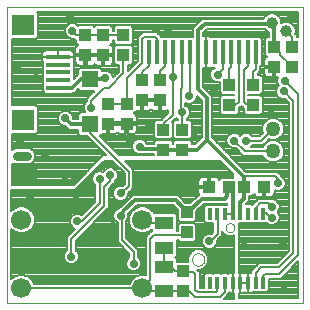
<source format=gbl>
G75*
G70*
%OFA0B0*%
%FSLAX24Y24*%
%IPPOS*%
%LPD*%
%AMOC8*
5,1,8,0,0,1.08239X$1,22.5*
%
%ADD10C,0.0000*%
%ADD11R,0.0138X0.0787*%
%ADD12C,0.0669*%
%ADD13R,0.0787X0.0157*%
%ADD14R,0.0748X0.0709*%
%ADD15R,0.0551X0.0551*%
%ADD16R,0.0591X0.0433*%
%ADD17R,0.0394X0.0420*%
%ADD18R,0.0420X0.0394*%
%ADD19C,0.0500*%
%ADD20C,0.0315*%
%ADD21R,0.0120X0.0390*%
%ADD22C,0.0079*%
%ADD23C,0.0276*%
%ADD24C,0.0063*%
%ADD25C,0.0394*%
%ADD26C,0.0118*%
%ADD27C,0.0071*%
D10*
X000841Y000938D02*
X000841Y010780D01*
X010684Y010780D01*
X010684Y000938D01*
X000841Y000938D01*
X006995Y002377D02*
X006997Y002405D01*
X007003Y002433D01*
X007012Y002459D01*
X007025Y002485D01*
X007041Y002508D01*
X007061Y002528D01*
X007083Y002546D01*
X007107Y002561D01*
X007133Y002572D01*
X007160Y002580D01*
X007188Y002584D01*
X007216Y002584D01*
X007244Y002580D01*
X007271Y002572D01*
X007297Y002561D01*
X007321Y002546D01*
X007343Y002528D01*
X007363Y002508D01*
X007379Y002485D01*
X007392Y002459D01*
X007401Y002433D01*
X007407Y002405D01*
X007409Y002377D01*
X007407Y002349D01*
X007401Y002321D01*
X007392Y002295D01*
X007379Y002269D01*
X007363Y002246D01*
X007343Y002226D01*
X007321Y002208D01*
X007297Y002193D01*
X007271Y002182D01*
X007244Y002174D01*
X007216Y002170D01*
X007188Y002170D01*
X007160Y002174D01*
X007133Y002182D01*
X007107Y002193D01*
X007083Y002208D01*
X007061Y002226D01*
X007041Y002246D01*
X007025Y002269D01*
X007012Y002295D01*
X007003Y002321D01*
X006997Y002349D01*
X006995Y002377D01*
X008112Y003435D02*
X008114Y003459D01*
X008120Y003482D01*
X008129Y003504D01*
X008142Y003524D01*
X008157Y003542D01*
X008176Y003557D01*
X008197Y003569D01*
X008219Y003577D01*
X008242Y003582D01*
X008266Y003583D01*
X008290Y003580D01*
X008312Y003573D01*
X008334Y003563D01*
X008354Y003550D01*
X008371Y003533D01*
X008385Y003514D01*
X008396Y003493D01*
X008404Y003470D01*
X008408Y003447D01*
X008408Y003423D01*
X008404Y003400D01*
X008396Y003377D01*
X008385Y003356D01*
X008371Y003337D01*
X008354Y003320D01*
X008334Y003307D01*
X008312Y003297D01*
X008290Y003290D01*
X008266Y003287D01*
X008242Y003288D01*
X008219Y003293D01*
X008197Y003301D01*
X008176Y003313D01*
X008157Y003328D01*
X008142Y003346D01*
X008129Y003366D01*
X008120Y003388D01*
X008114Y003411D01*
X008112Y003435D01*
D11*
X008026Y009284D03*
X007751Y009284D03*
X007475Y009284D03*
X007200Y009284D03*
X006924Y009284D03*
X006648Y009284D03*
X006373Y009284D03*
X006097Y009284D03*
X005822Y009284D03*
X005546Y009284D03*
X008302Y009284D03*
X008578Y009284D03*
X008853Y009284D03*
X009129Y009284D03*
D12*
X005339Y003694D03*
X005339Y001410D03*
X001304Y001410D03*
X001304Y003694D03*
D13*
X002534Y008103D03*
X002534Y008359D03*
X002534Y008615D03*
X002534Y008871D03*
X002534Y009127D03*
D14*
X001373Y010190D03*
X001373Y007040D03*
D15*
X003597Y006883D03*
X003597Y008379D03*
D16*
X006078Y003595D03*
X006078Y002769D03*
X006078Y002139D03*
X006078Y001312D03*
D17*
X006707Y001312D03*
X006707Y001981D03*
X006826Y003280D03*
X006826Y003950D03*
X006668Y006036D03*
X006038Y006036D03*
X006038Y006706D03*
X006668Y006706D03*
X005920Y007690D03*
X005330Y007690D03*
X004818Y007572D03*
X004818Y006902D03*
X004188Y006902D03*
X004188Y007572D03*
X005330Y008359D03*
X005920Y008359D03*
X004700Y009186D03*
X004700Y009855D03*
X004030Y009855D03*
X003440Y009855D03*
X003440Y009186D03*
X004030Y009186D03*
X008243Y008202D03*
X008243Y007532D03*
X009030Y007532D03*
X009030Y008202D03*
X009739Y008792D03*
X010330Y008792D03*
X010330Y009461D03*
X009739Y009461D03*
D18*
X009404Y004796D03*
X008735Y004796D03*
X008223Y004796D03*
X007554Y004796D03*
D19*
X009700Y005977D03*
X009700Y006725D03*
D20*
X001491Y005830D02*
X001176Y005830D01*
X001176Y005337D02*
X001491Y005337D01*
D21*
X007583Y003898D03*
X007839Y003898D03*
X008095Y003898D03*
X008351Y003898D03*
X008607Y003898D03*
X008863Y003898D03*
X009119Y003898D03*
X009375Y003898D03*
X009375Y001600D03*
X009119Y001600D03*
X008863Y001600D03*
X008607Y001600D03*
X008351Y001600D03*
X008095Y001600D03*
X007839Y001600D03*
X007583Y001600D03*
D22*
X008607Y001600D02*
X008607Y001266D01*
X008558Y001266D01*
X008558Y001077D01*
X010544Y001077D01*
X010544Y002319D01*
X010046Y001821D01*
X009958Y001733D01*
X009553Y001733D01*
X009553Y001356D01*
X009484Y001287D01*
X009266Y001287D01*
X009247Y001306D01*
X009228Y001287D01*
X009010Y001287D01*
X009005Y001292D01*
X008977Y001275D01*
X008941Y001266D01*
X008863Y001266D01*
X008863Y001600D01*
X008863Y001600D01*
X008863Y001266D01*
X008785Y001266D01*
X008749Y001275D01*
X008735Y001283D01*
X008721Y001275D01*
X008685Y001266D01*
X008607Y001266D01*
X008607Y001600D01*
X008607Y001600D01*
X008607Y001600D01*
X008863Y001600D01*
X008863Y001600D01*
X008664Y001600D01*
X008607Y001600D01*
X008607Y001934D01*
X008558Y001934D01*
X008558Y003584D01*
X008716Y003584D01*
X008735Y003604D01*
X008754Y003584D01*
X008972Y003584D01*
X008991Y003604D01*
X009010Y003584D01*
X009228Y003584D01*
X009247Y003604D01*
X009266Y003584D01*
X009484Y003584D01*
X009485Y003586D01*
X009515Y003556D01*
X009609Y003517D01*
X009711Y003517D01*
X009805Y003556D01*
X009877Y003628D01*
X009916Y003722D01*
X009916Y003823D01*
X009877Y003917D01*
X009845Y003950D01*
X009877Y003982D01*
X009916Y004076D01*
X009916Y004178D01*
X009877Y004272D01*
X009805Y004344D01*
X009711Y004383D01*
X009616Y004383D01*
X009604Y004395D01*
X009587Y004395D01*
X009574Y004404D01*
X009527Y004395D01*
X009205Y004395D01*
X009021Y004211D01*
X009010Y004211D01*
X008991Y004192D01*
X008972Y004211D01*
X008784Y004211D01*
X008784Y004221D01*
X008789Y004225D01*
X008893Y004329D01*
X008893Y004481D01*
X008994Y004481D01*
X009063Y004550D01*
X009063Y004550D01*
X009064Y004545D01*
X009083Y004514D01*
X009109Y004488D01*
X009141Y004469D01*
X009176Y004460D01*
X009365Y004460D01*
X009365Y004757D01*
X009444Y004757D01*
X009444Y004460D01*
X009633Y004460D01*
X009668Y004469D01*
X009700Y004488D01*
X009726Y004514D01*
X009744Y004545D01*
X009754Y004581D01*
X009754Y004680D01*
X009806Y004658D01*
X009908Y004658D01*
X010002Y004697D01*
X010074Y004769D01*
X010113Y004863D01*
X010113Y004965D01*
X010074Y005059D01*
X010007Y005127D01*
X010007Y005134D01*
X009919Y005221D01*
X009840Y005300D01*
X008779Y005300D01*
X007672Y006443D01*
X007672Y007822D01*
X007377Y008118D01*
X007377Y008754D01*
X007388Y008751D01*
X007475Y008751D01*
X007475Y009284D01*
X007475Y009284D01*
X007475Y008751D01*
X007562Y008751D01*
X007598Y008761D01*
X007628Y008778D01*
X007633Y008772D01*
X007751Y008772D01*
X007704Y008753D01*
X007632Y008681D01*
X007593Y008587D01*
X007593Y008485D01*
X007632Y008391D01*
X007704Y008319D01*
X007798Y008280D01*
X007900Y008280D01*
X007928Y008292D01*
X007928Y007943D01*
X007997Y007874D01*
X008408Y007874D01*
X008408Y007860D01*
X007997Y007860D01*
X007928Y007791D01*
X007928Y007273D01*
X007997Y007204D01*
X008489Y007204D01*
X008558Y007273D01*
X008558Y007419D01*
X008589Y007451D01*
X008637Y007498D01*
X008644Y007490D01*
X008715Y007419D01*
X008715Y007273D01*
X008785Y007204D01*
X009276Y007204D01*
X009345Y007273D01*
X009345Y007791D01*
X009276Y007860D01*
X008865Y007860D01*
X008865Y007874D01*
X009276Y007874D01*
X009345Y007943D01*
X009345Y008461D01*
X009276Y008530D01*
X009180Y008530D01*
X009180Y008553D01*
X009278Y008651D01*
X009278Y008804D01*
X009316Y008842D01*
X009316Y009727D01*
X009247Y009796D01*
X009011Y009796D01*
X008991Y009776D01*
X008971Y009796D01*
X008735Y009796D01*
X008715Y009776D01*
X008695Y009796D01*
X008460Y009796D01*
X008440Y009776D01*
X008420Y009796D01*
X008184Y009796D01*
X008164Y009776D01*
X008144Y009796D01*
X007909Y009796D01*
X007889Y009776D01*
X007869Y009796D01*
X007633Y009796D01*
X007628Y009791D01*
X007598Y009808D01*
X007562Y009817D01*
X007475Y009817D01*
X007388Y009817D01*
X007377Y009814D01*
X007377Y009939D01*
X007490Y010052D01*
X009431Y010052D01*
X009482Y010002D01*
X009562Y009968D01*
X009562Y009790D01*
X009493Y009790D01*
X009424Y009720D01*
X009424Y009203D01*
X009316Y009203D01*
X009316Y009280D02*
X009424Y009280D01*
X009424Y009357D02*
X009316Y009357D01*
X009316Y009434D02*
X009424Y009434D01*
X009424Y009512D02*
X009316Y009512D01*
X009316Y009589D02*
X009424Y009589D01*
X009424Y009666D02*
X009316Y009666D01*
X009299Y009743D02*
X009447Y009743D01*
X009562Y009820D02*
X007377Y009820D01*
X007377Y009898D02*
X009562Y009898D01*
X009546Y009975D02*
X007412Y009975D01*
X007475Y009817D02*
X007475Y009284D01*
X007475Y009284D01*
X007475Y009817D01*
X007475Y009743D02*
X007475Y009743D01*
X007475Y009666D02*
X007475Y009666D01*
X007475Y009589D02*
X007475Y009589D01*
X007475Y009512D02*
X007475Y009512D01*
X007475Y009434D02*
X007475Y009434D01*
X007475Y009357D02*
X007475Y009357D01*
X007475Y009280D02*
X007475Y009280D01*
X007475Y009203D02*
X007475Y009203D01*
X007475Y009125D02*
X007475Y009125D01*
X007475Y009048D02*
X007475Y009048D01*
X007475Y008971D02*
X007475Y008971D01*
X007475Y008894D02*
X007475Y008894D01*
X007475Y008816D02*
X007475Y008816D01*
X007377Y008739D02*
X007690Y008739D01*
X007624Y008662D02*
X007377Y008662D01*
X007377Y008585D02*
X007593Y008585D01*
X007593Y008507D02*
X007377Y008507D01*
X007377Y008430D02*
X007616Y008430D01*
X007671Y008353D02*
X007377Y008353D01*
X007377Y008276D02*
X007928Y008276D01*
X007928Y008198D02*
X007377Y008198D01*
X007377Y008121D02*
X007928Y008121D01*
X007928Y008044D02*
X007450Y008044D01*
X007528Y007967D02*
X007928Y007967D01*
X007981Y007889D02*
X007605Y007889D01*
X007672Y007812D02*
X007949Y007812D01*
X007928Y007735D02*
X007672Y007735D01*
X007672Y007658D02*
X007928Y007658D01*
X007928Y007581D02*
X007672Y007581D01*
X007672Y007503D02*
X007928Y007503D01*
X007928Y007426D02*
X007672Y007426D01*
X007672Y007349D02*
X007928Y007349D01*
X007930Y007272D02*
X007672Y007272D01*
X007672Y007194D02*
X010219Y007194D01*
X010219Y007117D02*
X007672Y007117D01*
X007672Y007040D02*
X009497Y007040D01*
X009491Y007037D02*
X009388Y006934D01*
X009331Y006798D01*
X009331Y006652D01*
X009356Y006593D01*
X009244Y006481D01*
X009006Y006481D01*
X008939Y006548D01*
X008845Y006587D01*
X008743Y006587D01*
X008649Y006548D01*
X008597Y006497D01*
X008545Y006548D01*
X008451Y006587D01*
X008349Y006587D01*
X008255Y006548D01*
X008183Y006477D01*
X008144Y006382D01*
X008144Y006281D01*
X008183Y006187D01*
X008255Y006115D01*
X008349Y006076D01*
X008445Y006076D01*
X008693Y005828D01*
X009363Y005828D01*
X009388Y005769D01*
X009491Y005665D01*
X009626Y005609D01*
X009773Y005609D01*
X009908Y005665D01*
X010012Y005769D01*
X010068Y005904D01*
X010068Y006050D01*
X010012Y006186D01*
X009908Y006289D01*
X009773Y006345D01*
X009626Y006345D01*
X009491Y006289D01*
X009388Y006186D01*
X009363Y006127D01*
X008951Y006127D01*
X009006Y006182D01*
X009368Y006182D01*
X009456Y006270D01*
X009567Y006382D01*
X009626Y006357D01*
X009773Y006357D01*
X009908Y006413D01*
X010012Y006517D01*
X010068Y006652D01*
X010068Y006798D01*
X010012Y006934D01*
X009908Y007037D01*
X009773Y007093D01*
X009626Y007093D01*
X009491Y007037D01*
X009416Y006963D02*
X007672Y006963D01*
X007672Y006885D02*
X009367Y006885D01*
X009335Y006808D02*
X007672Y006808D01*
X007672Y006731D02*
X009331Y006731D01*
X009331Y006654D02*
X007672Y006654D01*
X007672Y006576D02*
X008323Y006576D01*
X008206Y006499D02*
X007672Y006499D01*
X007692Y006422D02*
X008161Y006422D01*
X008144Y006345D02*
X007767Y006345D01*
X007842Y006267D02*
X008150Y006267D01*
X008182Y006190D02*
X007917Y006190D01*
X007991Y006113D02*
X008259Y006113D01*
X008141Y005958D02*
X008562Y005958D01*
X008639Y005881D02*
X008216Y005881D01*
X008291Y005804D02*
X009373Y005804D01*
X009429Y005727D02*
X008366Y005727D01*
X008440Y005650D02*
X009529Y005650D01*
X009870Y005650D02*
X010219Y005650D01*
X010219Y005727D02*
X009970Y005727D01*
X010026Y005804D02*
X010219Y005804D01*
X010219Y005881D02*
X010058Y005881D01*
X010068Y005958D02*
X010219Y005958D01*
X010219Y006036D02*
X010068Y006036D01*
X010042Y006113D02*
X010219Y006113D01*
X010219Y006190D02*
X010007Y006190D01*
X009930Y006267D02*
X010219Y006267D01*
X010219Y006345D02*
X009774Y006345D01*
X009625Y006345D02*
X009531Y006345D01*
X009469Y006267D02*
X009453Y006267D01*
X009392Y006190D02*
X009376Y006190D01*
X009262Y006499D02*
X008988Y006499D01*
X008872Y006576D02*
X009339Y006576D01*
X009917Y006422D02*
X010219Y006422D01*
X010219Y006499D02*
X009994Y006499D01*
X010036Y006576D02*
X010219Y006576D01*
X010219Y006654D02*
X010068Y006654D01*
X010068Y006731D02*
X010219Y006731D01*
X010219Y006808D02*
X010064Y006808D01*
X010032Y006885D02*
X010219Y006885D01*
X010219Y006963D02*
X009983Y006963D01*
X009902Y007040D02*
X010219Y007040D01*
X010219Y007272D02*
X009343Y007272D01*
X009345Y007349D02*
X010219Y007349D01*
X010219Y007426D02*
X009345Y007426D01*
X009345Y007503D02*
X010219Y007503D01*
X010219Y007581D02*
X009345Y007581D01*
X009345Y007658D02*
X010170Y007658D01*
X010219Y007608D02*
X010219Y002653D01*
X009834Y002269D01*
X009244Y002269D01*
X009156Y002181D01*
X008969Y001994D01*
X008969Y001927D01*
X008941Y001934D01*
X008863Y001934D01*
X008785Y001934D01*
X008749Y001925D01*
X008735Y001917D01*
X008721Y001925D01*
X008685Y001934D01*
X008607Y001934D01*
X008607Y001600D01*
X008607Y001600D01*
X008607Y001633D02*
X008607Y001633D01*
X008607Y001556D02*
X008607Y001556D01*
X008607Y001479D02*
X008607Y001479D01*
X008607Y001401D02*
X008607Y001401D01*
X008607Y001324D02*
X008607Y001324D01*
X008558Y001247D02*
X010544Y001247D01*
X010544Y001324D02*
X009521Y001324D01*
X009553Y001401D02*
X010544Y001401D01*
X010544Y001479D02*
X009553Y001479D01*
X009553Y001556D02*
X010544Y001556D01*
X010544Y001633D02*
X009553Y001633D01*
X009553Y001710D02*
X010544Y001710D01*
X010544Y001787D02*
X010013Y001787D01*
X010090Y001865D02*
X010544Y001865D01*
X010544Y001942D02*
X010167Y001942D01*
X010245Y002019D02*
X010544Y002019D01*
X010544Y002096D02*
X010322Y002096D01*
X010399Y002174D02*
X010544Y002174D01*
X010544Y002251D02*
X010476Y002251D01*
X010203Y002637D02*
X008558Y002637D01*
X008558Y002560D02*
X010126Y002560D01*
X010049Y002483D02*
X008558Y002483D01*
X008558Y002405D02*
X009971Y002405D01*
X009894Y002328D02*
X008558Y002328D01*
X008558Y002251D02*
X009226Y002251D01*
X009149Y002174D02*
X008558Y002174D01*
X008558Y002096D02*
X009072Y002096D01*
X008995Y002019D02*
X008558Y002019D01*
X008558Y001942D02*
X008969Y001942D01*
X008863Y001934D02*
X008863Y001600D01*
X008863Y001934D01*
X008863Y001865D02*
X008863Y001865D01*
X008863Y001787D02*
X008863Y001787D01*
X008863Y001710D02*
X008863Y001710D01*
X008863Y001633D02*
X008863Y001633D01*
X008863Y001600D02*
X008863Y001600D01*
X008863Y001556D02*
X008863Y001556D01*
X008863Y001479D02*
X008863Y001479D01*
X008863Y001401D02*
X008863Y001401D01*
X008863Y001324D02*
X008863Y001324D01*
X008558Y001170D02*
X010544Y001170D01*
X010544Y001092D02*
X008558Y001092D01*
X008607Y001710D02*
X008607Y001710D01*
X008607Y001787D02*
X008607Y001787D01*
X008607Y001865D02*
X008607Y001865D01*
X008558Y002714D02*
X010219Y002714D01*
X010219Y002792D02*
X008558Y002792D01*
X008558Y002869D02*
X010219Y002869D01*
X010219Y002946D02*
X008558Y002946D01*
X008558Y003023D02*
X010219Y003023D01*
X010219Y003101D02*
X008558Y003101D01*
X008558Y003178D02*
X010219Y003178D01*
X010219Y003255D02*
X008558Y003255D01*
X008558Y003332D02*
X010219Y003332D01*
X010219Y003410D02*
X008558Y003410D01*
X008558Y003487D02*
X010219Y003487D01*
X010219Y003564D02*
X009814Y003564D01*
X009883Y003641D02*
X010219Y003641D01*
X010219Y003718D02*
X009915Y003718D01*
X009916Y003796D02*
X010219Y003796D01*
X010219Y003873D02*
X009896Y003873D01*
X009846Y003950D02*
X010219Y003950D01*
X010219Y004027D02*
X009896Y004027D01*
X009916Y004105D02*
X010219Y004105D01*
X010219Y004182D02*
X009914Y004182D01*
X009882Y004259D02*
X010219Y004259D01*
X010219Y004336D02*
X009813Y004336D01*
X009703Y004491D02*
X010219Y004491D01*
X010219Y004568D02*
X009750Y004568D01*
X009754Y004645D02*
X010219Y004645D01*
X010219Y004723D02*
X010027Y004723D01*
X010087Y004800D02*
X010219Y004800D01*
X010219Y004877D02*
X010113Y004877D01*
X010113Y004954D02*
X010219Y004954D01*
X010219Y005032D02*
X010085Y005032D01*
X010024Y005109D02*
X010219Y005109D01*
X010219Y005186D02*
X009954Y005186D01*
X009877Y005263D02*
X010219Y005263D01*
X010219Y005341D02*
X008740Y005341D01*
X008665Y005418D02*
X010219Y005418D01*
X010219Y005495D02*
X008590Y005495D01*
X008515Y005572D02*
X010219Y005572D01*
X009444Y004723D02*
X009365Y004723D01*
X009365Y004645D02*
X009444Y004645D01*
X009444Y004568D02*
X009365Y004568D01*
X009365Y004491D02*
X009444Y004491D01*
X009146Y004336D02*
X008893Y004336D01*
X008893Y004414D02*
X010219Y004414D01*
X009507Y003564D02*
X008558Y003564D01*
X008823Y004259D02*
X009069Y004259D01*
X009106Y004491D02*
X009004Y004491D01*
X008485Y006036D02*
X008066Y006036D01*
X008478Y006576D02*
X008717Y006576D01*
X008600Y006499D02*
X008595Y006499D01*
X008556Y007272D02*
X008717Y007272D01*
X008715Y007349D02*
X008558Y007349D01*
X008565Y007426D02*
X008708Y007426D01*
X009324Y007812D02*
X009865Y007812D01*
X009837Y007840D02*
X009909Y007768D01*
X010003Y007729D01*
X010098Y007729D01*
X010219Y007608D01*
X009989Y007735D02*
X009345Y007735D01*
X009292Y007889D02*
X009817Y007889D01*
X009798Y007934D02*
X009837Y007840D01*
X009798Y007934D02*
X009798Y008036D01*
X009837Y008130D01*
X009889Y008182D01*
X009876Y008194D01*
X009837Y008289D01*
X009837Y008390D01*
X009859Y008443D01*
X009778Y008443D01*
X009778Y008753D01*
X009700Y008753D01*
X009700Y008443D01*
X009524Y008443D01*
X009488Y008452D01*
X009457Y008471D01*
X009431Y008497D01*
X009412Y008528D01*
X009403Y008564D01*
X009403Y008753D01*
X009700Y008753D01*
X009700Y008832D01*
X009403Y008832D01*
X009403Y009021D01*
X009412Y009056D01*
X009431Y009088D01*
X009457Y009114D01*
X009488Y009132D01*
X009493Y009133D01*
X009493Y009133D01*
X009424Y009203D01*
X009477Y009125D02*
X009316Y009125D01*
X009316Y009048D02*
X009410Y009048D01*
X009403Y008971D02*
X009316Y008971D01*
X009316Y008894D02*
X009403Y008894D01*
X009290Y008816D02*
X009700Y008816D01*
X009700Y008739D02*
X009778Y008739D01*
X009778Y008662D02*
X009700Y008662D01*
X009700Y008585D02*
X009778Y008585D01*
X009778Y008507D02*
X009700Y008507D01*
X009854Y008430D02*
X009345Y008430D01*
X009345Y008353D02*
X009837Y008353D01*
X009843Y008276D02*
X009345Y008276D01*
X009345Y008198D02*
X009875Y008198D01*
X009833Y008121D02*
X009345Y008121D01*
X009345Y008044D02*
X009801Y008044D01*
X009798Y007967D02*
X009345Y007967D01*
X009298Y008507D02*
X009424Y008507D01*
X009403Y008585D02*
X009212Y008585D01*
X009278Y008662D02*
X009403Y008662D01*
X009403Y008739D02*
X009278Y008739D01*
X010439Y009898D02*
X010544Y009898D01*
X010479Y009858D02*
X010436Y009902D01*
X010448Y009930D01*
X010448Y010056D01*
X010400Y010171D01*
X010311Y010260D01*
X010195Y010308D01*
X010070Y010308D01*
X009975Y010269D01*
X009975Y010331D01*
X009927Y010447D01*
X009839Y010536D01*
X009723Y010584D01*
X009598Y010584D01*
X009482Y010536D01*
X009393Y010447D01*
X009376Y010406D01*
X007343Y010406D01*
X007022Y010086D01*
X007022Y009796D01*
X006806Y009796D01*
X006786Y009776D01*
X006766Y009796D01*
X006531Y009796D01*
X006511Y009776D01*
X006491Y009796D01*
X006255Y009796D01*
X006235Y009776D01*
X006215Y009796D01*
X005979Y009796D01*
X005971Y009788D01*
X005971Y009799D01*
X005912Y009858D01*
X005825Y009946D01*
X005346Y009946D01*
X005268Y009867D01*
X005180Y009779D01*
X005180Y008992D01*
X004849Y008661D01*
X004849Y008858D01*
X004945Y008858D01*
X005015Y008927D01*
X005015Y009445D01*
X004945Y009514D01*
X004454Y009514D01*
X004385Y009445D01*
X004385Y008927D01*
X004454Y008858D01*
X004550Y008858D01*
X004550Y008638D01*
X004365Y008453D01*
X004365Y008469D01*
X004326Y008563D01*
X004254Y008635D01*
X004160Y008674D01*
X004058Y008674D01*
X003991Y008646D01*
X003991Y008703D01*
X003922Y008772D01*
X003273Y008772D01*
X003204Y008703D01*
X003204Y008551D01*
X003105Y008452D01*
X003046Y008393D01*
X003046Y008487D01*
X003046Y008487D01*
X003046Y008487D01*
X003046Y008743D01*
X003046Y008743D01*
X003046Y008743D01*
X003046Y008974D01*
X003058Y008994D01*
X003067Y009030D01*
X003067Y009127D01*
X003067Y009224D01*
X003058Y009259D01*
X003039Y009291D01*
X003014Y009317D01*
X002982Y009335D01*
X002946Y009345D01*
X002534Y009345D01*
X002122Y009345D01*
X002087Y009335D01*
X002055Y009317D01*
X002029Y009291D01*
X002011Y009259D01*
X002001Y009224D01*
X002001Y009127D01*
X002534Y009127D01*
X002534Y009127D01*
X002534Y009345D01*
X002534Y009127D01*
X002534Y009127D01*
X002001Y009127D01*
X002001Y009030D01*
X002011Y008994D01*
X002022Y008974D01*
X002022Y008743D01*
X002023Y008743D01*
X002022Y008743D01*
X002022Y008487D01*
X002022Y008231D01*
X002022Y007976D01*
X002092Y007906D01*
X002977Y007906D01*
X002997Y007926D01*
X003080Y007926D01*
X003206Y008052D01*
X003273Y007985D01*
X003740Y007985D01*
X003575Y007820D01*
X003487Y007732D01*
X003487Y007646D01*
X003420Y007579D01*
X003381Y007485D01*
X003381Y007383D01*
X003420Y007289D01*
X003432Y007276D01*
X003273Y007276D01*
X003204Y007207D01*
X003204Y007060D01*
X003041Y007060D01*
X003026Y007074D01*
X003026Y007130D01*
X002987Y007225D01*
X002915Y007297D01*
X002821Y007335D01*
X002720Y007335D01*
X002626Y007297D01*
X002554Y007225D01*
X002515Y007130D01*
X002515Y007029D01*
X002554Y006935D01*
X002626Y006863D01*
X002720Y006824D01*
X002776Y006824D01*
X002894Y006706D01*
X003204Y006706D01*
X003204Y006558D01*
X003273Y006489D01*
X003504Y006489D01*
X004135Y005858D01*
X004030Y005859D01*
X003046Y004875D01*
X000981Y004875D01*
X000981Y005113D01*
X000987Y005107D01*
X001035Y005074D01*
X001089Y005052D01*
X001147Y005041D01*
X001324Y005041D01*
X001324Y005328D01*
X001343Y005328D01*
X001343Y005041D01*
X001520Y005041D01*
X001578Y005052D01*
X001632Y005074D01*
X001680Y005107D01*
X001722Y005148D01*
X001754Y005197D01*
X001776Y005251D01*
X001788Y005308D01*
X001788Y005328D01*
X001343Y005328D01*
X001343Y005347D01*
X001788Y005347D01*
X001788Y005367D01*
X001776Y005424D01*
X001754Y005478D01*
X001722Y005527D01*
X001680Y005568D01*
X001642Y005594D01*
X001647Y005596D01*
X001725Y005673D01*
X001767Y005775D01*
X001767Y005884D01*
X001725Y005986D01*
X001647Y006063D01*
X001546Y006105D01*
X001121Y006105D01*
X001020Y006063D01*
X000981Y006024D01*
X000981Y006568D01*
X001796Y006568D01*
X001865Y006637D01*
X001865Y007443D01*
X001796Y007513D01*
X000981Y007513D01*
X000981Y009717D01*
X001796Y009717D01*
X001865Y009787D01*
X001865Y010593D01*
X001817Y010641D01*
X010544Y010641D01*
X010544Y009790D01*
X010479Y009790D01*
X010479Y009858D01*
X010479Y009820D02*
X010544Y009820D01*
X010544Y009975D02*
X010448Y009975D01*
X010448Y010052D02*
X010544Y010052D01*
X010544Y010129D02*
X010417Y010129D01*
X010364Y010207D02*
X010544Y010207D01*
X010544Y010284D02*
X010253Y010284D01*
X009963Y010361D02*
X010544Y010361D01*
X010544Y010438D02*
X009931Y010438D01*
X009859Y010516D02*
X010544Y010516D01*
X010544Y010593D02*
X001865Y010593D01*
X001865Y010516D02*
X009462Y010516D01*
X009390Y010438D02*
X001865Y010438D01*
X001865Y010361D02*
X007298Y010361D01*
X007220Y010284D02*
X001865Y010284D01*
X001865Y010207D02*
X002859Y010207D01*
X002862Y010210D02*
X002790Y010138D01*
X002751Y010044D01*
X002751Y009942D01*
X002790Y009848D01*
X002862Y009776D01*
X002956Y009737D01*
X003051Y009737D01*
X003083Y009706D01*
X003125Y009706D01*
X003125Y009596D01*
X003194Y009527D01*
X003189Y009526D01*
X003157Y009507D01*
X003131Y009481D01*
X003113Y009450D01*
X003104Y009414D01*
X003104Y009225D01*
X003400Y009225D01*
X003400Y009147D01*
X003104Y009147D01*
X003104Y008958D01*
X003113Y008922D01*
X003131Y008890D01*
X003157Y008864D01*
X003189Y008846D01*
X003225Y008837D01*
X003400Y008837D01*
X003400Y009146D01*
X003479Y009146D01*
X003479Y008837D01*
X003655Y008837D01*
X003690Y008846D01*
X003722Y008864D01*
X003735Y008877D01*
X003748Y008864D01*
X003780Y008846D01*
X003815Y008837D01*
X003991Y008837D01*
X003991Y009146D01*
X004070Y009146D01*
X004070Y008837D01*
X004246Y008837D01*
X004281Y008846D01*
X004313Y008864D01*
X004339Y008890D01*
X004357Y008922D01*
X004367Y008958D01*
X004367Y009147D01*
X004070Y009147D01*
X004070Y009225D01*
X004367Y009225D01*
X004367Y009414D01*
X004357Y009450D01*
X004339Y009481D01*
X004313Y009507D01*
X004281Y009526D01*
X004276Y009527D01*
X004276Y009527D01*
X004345Y009596D01*
X004345Y009706D01*
X004385Y009706D01*
X004385Y009596D01*
X004454Y009527D01*
X004945Y009527D01*
X005015Y009596D01*
X005015Y010114D01*
X004945Y010183D01*
X004454Y010183D01*
X004385Y010114D01*
X004385Y010005D01*
X004345Y010005D01*
X004345Y010114D01*
X004276Y010183D01*
X003785Y010183D01*
X003735Y010134D01*
X003686Y010183D01*
X003194Y010183D01*
X003186Y010175D01*
X003152Y010210D01*
X003058Y010249D01*
X002956Y010249D01*
X002862Y010210D01*
X002786Y010129D02*
X001865Y010129D01*
X001865Y010052D02*
X002754Y010052D01*
X002751Y009975D02*
X001865Y009975D01*
X001865Y009898D02*
X002769Y009898D01*
X002817Y009820D02*
X001865Y009820D01*
X001822Y009743D02*
X002941Y009743D01*
X003125Y009666D02*
X000981Y009666D01*
X000981Y009589D02*
X003132Y009589D01*
X003164Y009512D02*
X000981Y009512D01*
X000981Y009434D02*
X003109Y009434D01*
X003104Y009357D02*
X000981Y009357D01*
X000981Y009280D02*
X002022Y009280D01*
X002001Y009203D02*
X000981Y009203D01*
X000981Y009125D02*
X002001Y009125D01*
X002001Y009048D02*
X000981Y009048D01*
X000981Y008971D02*
X002022Y008971D01*
X002022Y008894D02*
X000981Y008894D01*
X000981Y008816D02*
X002022Y008816D01*
X002022Y008739D02*
X000981Y008739D01*
X000981Y008662D02*
X002022Y008662D01*
X002022Y008585D02*
X000981Y008585D01*
X000981Y008507D02*
X002022Y008507D01*
X002022Y008487D02*
X002023Y008487D01*
X002022Y008487D01*
X002022Y008430D02*
X000981Y008430D01*
X000981Y008353D02*
X002022Y008353D01*
X002022Y008276D02*
X000981Y008276D01*
X000981Y008198D02*
X002022Y008198D01*
X002023Y008231D02*
X002022Y008231D01*
X002023Y008231D01*
X002022Y008121D02*
X000981Y008121D01*
X000981Y008044D02*
X002022Y008044D01*
X002031Y007967D02*
X000981Y007967D01*
X000981Y007889D02*
X003644Y007889D01*
X003567Y007812D02*
X000981Y007812D01*
X000981Y007735D02*
X003490Y007735D01*
X003487Y007658D02*
X000981Y007658D01*
X000981Y007581D02*
X003421Y007581D01*
X003388Y007503D02*
X001805Y007503D01*
X001865Y007426D02*
X003381Y007426D01*
X003395Y007349D02*
X001865Y007349D01*
X001865Y007272D02*
X002601Y007272D01*
X002541Y007194D02*
X001865Y007194D01*
X001865Y007117D02*
X002515Y007117D01*
X002515Y007040D02*
X001865Y007040D01*
X001865Y006963D02*
X002542Y006963D01*
X002603Y006885D02*
X001865Y006885D01*
X001865Y006808D02*
X002791Y006808D01*
X002869Y006731D02*
X001865Y006731D01*
X001865Y006654D02*
X003204Y006654D01*
X003204Y006576D02*
X001804Y006576D01*
X001675Y006036D02*
X003957Y006036D01*
X003880Y006113D02*
X000981Y006113D01*
X000981Y006190D02*
X003803Y006190D01*
X003725Y006267D02*
X000981Y006267D01*
X000981Y006345D02*
X003648Y006345D01*
X003571Y006422D02*
X000981Y006422D01*
X000981Y006499D02*
X003263Y006499D01*
X003204Y007117D02*
X003026Y007117D01*
X003000Y007194D02*
X003204Y007194D01*
X003268Y007272D02*
X002940Y007272D01*
X003121Y007967D02*
X003722Y007967D01*
X003214Y008044D02*
X003198Y008044D01*
X003083Y008430D02*
X003046Y008430D01*
X003046Y008507D02*
X003160Y008507D01*
X003204Y008585D02*
X003046Y008585D01*
X003046Y008662D02*
X003204Y008662D01*
X003239Y008739D02*
X003046Y008739D01*
X003046Y008816D02*
X004550Y008816D01*
X004550Y008739D02*
X003955Y008739D01*
X003991Y008662D02*
X004029Y008662D01*
X004189Y008662D02*
X004550Y008662D01*
X004497Y008585D02*
X004304Y008585D01*
X004349Y008507D02*
X004420Y008507D01*
X004418Y008894D02*
X004341Y008894D01*
X004367Y008971D02*
X004385Y008971D01*
X004385Y009048D02*
X004367Y009048D01*
X004367Y009125D02*
X004385Y009125D01*
X004385Y009203D02*
X004070Y009203D01*
X004070Y009125D02*
X003991Y009125D01*
X003991Y009147D02*
X003479Y009147D01*
X003479Y009225D01*
X003776Y009225D01*
X003991Y009225D01*
X003991Y009147D01*
X003991Y009203D02*
X003479Y009203D01*
X003479Y009125D02*
X003400Y009125D01*
X003400Y009048D02*
X003479Y009048D01*
X003479Y008971D02*
X003400Y008971D01*
X003400Y008894D02*
X003479Y008894D01*
X003400Y009203D02*
X003067Y009203D01*
X003067Y009127D02*
X002534Y009127D01*
X002534Y009127D01*
X003067Y009127D01*
X003067Y009125D02*
X003104Y009125D01*
X003104Y009048D02*
X003067Y009048D01*
X003046Y008971D02*
X003104Y008971D01*
X003129Y008894D02*
X003046Y008894D01*
X003046Y009280D02*
X003104Y009280D01*
X003194Y009527D02*
X003194Y009527D01*
X003155Y010207D02*
X007143Y010207D01*
X007066Y010129D02*
X004999Y010129D01*
X005015Y010052D02*
X007022Y010052D01*
X007022Y009975D02*
X005015Y009975D01*
X005015Y009898D02*
X005298Y009898D01*
X005221Y009820D02*
X005015Y009820D01*
X005015Y009743D02*
X005180Y009743D01*
X005180Y009666D02*
X005015Y009666D01*
X005007Y009589D02*
X005180Y009589D01*
X005180Y009512D02*
X004948Y009512D01*
X005015Y009434D02*
X005180Y009434D01*
X005180Y009357D02*
X005015Y009357D01*
X005015Y009280D02*
X005180Y009280D01*
X005180Y009203D02*
X005015Y009203D01*
X005015Y009125D02*
X005180Y009125D01*
X005180Y009048D02*
X005015Y009048D01*
X005015Y008971D02*
X005159Y008971D01*
X005082Y008894D02*
X004981Y008894D01*
X005004Y008816D02*
X004849Y008816D01*
X004849Y008739D02*
X004927Y008739D01*
X004850Y008662D02*
X004849Y008662D01*
X004385Y009280D02*
X004367Y009280D01*
X004367Y009357D02*
X004385Y009357D01*
X004385Y009434D02*
X004361Y009434D01*
X004306Y009512D02*
X004451Y009512D01*
X004392Y009589D02*
X004338Y009589D01*
X004345Y009666D02*
X004385Y009666D01*
X004385Y010052D02*
X004345Y010052D01*
X004330Y010129D02*
X004400Y010129D01*
X004070Y009048D02*
X003991Y009048D01*
X003991Y008971D02*
X004070Y008971D01*
X004070Y008894D02*
X003991Y008894D01*
X005290Y007650D02*
X005369Y007650D01*
X005369Y007340D01*
X005545Y007340D01*
X005580Y007350D01*
X005612Y007368D01*
X005625Y007381D01*
X005638Y007368D01*
X005669Y007350D01*
X005705Y007340D01*
X005881Y007340D01*
X005881Y007650D01*
X005959Y007650D01*
X005959Y007340D01*
X006135Y007340D01*
X006171Y007350D01*
X006203Y007368D01*
X006204Y007369D01*
X006204Y007260D01*
X005978Y007034D01*
X005792Y007034D01*
X005723Y006964D01*
X005723Y006447D01*
X005792Y006377D01*
X006284Y006377D01*
X006353Y006447D01*
X006353Y006964D01*
X006353Y006447D01*
X006422Y006377D01*
X006914Y006377D01*
X006983Y006447D01*
X006983Y006964D01*
X006914Y007034D01*
X006818Y007034D01*
X006818Y007064D01*
X006885Y007131D01*
X006924Y007226D01*
X006924Y007327D01*
X006885Y007421D01*
X006813Y007493D01*
X006778Y007508D01*
X006778Y007603D01*
X006853Y007572D01*
X006955Y007572D01*
X007049Y007611D01*
X007121Y007683D01*
X007160Y007777D01*
X007160Y007833D01*
X007318Y007675D01*
X007318Y006444D01*
X007087Y006213D01*
X006983Y006213D01*
X006983Y006295D01*
X006914Y006364D01*
X006422Y006364D01*
X006353Y006295D01*
X006284Y006364D01*
X005792Y006364D01*
X005723Y006295D01*
X005723Y006233D01*
X005487Y006233D01*
X005468Y006280D01*
X005396Y006352D01*
X005302Y006391D01*
X005200Y006391D01*
X005106Y006352D01*
X005034Y006280D01*
X004995Y006186D01*
X004995Y006084D01*
X005034Y005990D01*
X005106Y005918D01*
X005200Y005879D01*
X005723Y005879D01*
X005723Y005843D01*
X004562Y005854D01*
X003924Y006492D01*
X003986Y006553D01*
X004148Y006553D01*
X004148Y006863D01*
X004227Y006863D01*
X004227Y006553D01*
X004403Y006553D01*
X004438Y006563D01*
X004470Y006581D01*
X004496Y006607D01*
X004503Y006618D01*
X004509Y006607D01*
X004535Y006581D01*
X004567Y006563D01*
X004603Y006553D01*
X004778Y006553D01*
X004778Y006863D01*
X004524Y006863D01*
X004227Y006863D01*
X004227Y006942D01*
X004778Y006942D01*
X004778Y006863D01*
X004857Y006863D01*
X004857Y006553D01*
X005033Y006553D01*
X005068Y006563D01*
X005100Y006581D01*
X005126Y006607D01*
X005144Y006639D01*
X005154Y006674D01*
X005154Y006863D01*
X004857Y006863D01*
X004857Y006942D01*
X005154Y006942D01*
X005154Y007131D01*
X005144Y007166D01*
X005126Y007198D01*
X005100Y007224D01*
X005068Y007242D01*
X005063Y007244D01*
X005063Y007244D01*
X005133Y007313D01*
X005133Y007340D01*
X005290Y007340D01*
X005290Y007650D01*
X005290Y007581D02*
X005369Y007581D01*
X005369Y007650D02*
X005369Y007729D01*
X005881Y007729D01*
X005881Y007650D01*
X005584Y007650D01*
X005369Y007650D01*
X005369Y007658D02*
X005881Y007658D01*
X005881Y007581D02*
X005959Y007581D01*
X005959Y007503D02*
X005881Y007503D01*
X005881Y007426D02*
X005959Y007426D01*
X005959Y007349D02*
X005881Y007349D01*
X005674Y007349D02*
X005576Y007349D01*
X005369Y007349D02*
X005290Y007349D01*
X005290Y007426D02*
X005369Y007426D01*
X005369Y007503D02*
X005290Y007503D01*
X005091Y007272D02*
X006204Y007272D01*
X006204Y007349D02*
X006166Y007349D01*
X006138Y007194D02*
X005128Y007194D01*
X005154Y007117D02*
X006061Y007117D01*
X005984Y007040D02*
X005154Y007040D01*
X005154Y006963D02*
X005723Y006963D01*
X005723Y006885D02*
X004857Y006885D01*
X004857Y006808D02*
X004778Y006808D01*
X004778Y006731D02*
X004857Y006731D01*
X004857Y006654D02*
X004778Y006654D01*
X004778Y006576D02*
X004857Y006576D01*
X005092Y006576D02*
X005723Y006576D01*
X005723Y006499D02*
X003932Y006499D01*
X003994Y006422D02*
X005748Y006422D01*
X005773Y006345D02*
X005403Y006345D01*
X005473Y006267D02*
X005723Y006267D01*
X005723Y006654D02*
X005148Y006654D01*
X005154Y006731D02*
X005723Y006731D01*
X005723Y006808D02*
X005154Y006808D01*
X004778Y006885D02*
X004227Y006885D01*
X004227Y006808D02*
X004148Y006808D01*
X004148Y006731D02*
X004227Y006731D01*
X004227Y006654D02*
X004148Y006654D01*
X004148Y006576D02*
X004227Y006576D01*
X004462Y006576D02*
X004543Y006576D01*
X004226Y006190D02*
X004997Y006190D01*
X004995Y006113D02*
X004303Y006113D01*
X004380Y006036D02*
X005015Y006036D01*
X005065Y005958D02*
X004457Y005958D01*
X004535Y005881D02*
X005194Y005881D01*
X005029Y006267D02*
X004149Y006267D01*
X004071Y006345D02*
X005099Y006345D01*
X004112Y005881D02*
X001767Y005881D01*
X001767Y005804D02*
X003975Y005804D01*
X003898Y005727D02*
X001747Y005727D01*
X001701Y005650D02*
X003821Y005650D01*
X003743Y005572D02*
X001674Y005572D01*
X001743Y005495D02*
X003666Y005495D01*
X003589Y005418D02*
X001778Y005418D01*
X001779Y005263D02*
X003435Y005263D01*
X003512Y005341D02*
X001343Y005341D01*
X001343Y005263D02*
X001324Y005263D01*
X001324Y005186D02*
X001343Y005186D01*
X001343Y005109D02*
X001324Y005109D01*
X000985Y005109D02*
X000981Y005109D01*
X000981Y005032D02*
X003203Y005032D01*
X003280Y005109D02*
X001682Y005109D01*
X001747Y005186D02*
X003357Y005186D01*
X003126Y004954D02*
X000981Y004954D01*
X000981Y004877D02*
X003048Y004877D01*
X004034Y005958D02*
X001736Y005958D01*
X000992Y006036D02*
X000981Y006036D01*
X002534Y009203D02*
X002534Y009203D01*
X002534Y009280D02*
X002534Y009280D01*
X005873Y009898D02*
X007022Y009898D01*
X007022Y009820D02*
X005950Y009820D01*
X007160Y007812D02*
X007181Y007812D01*
X007143Y007735D02*
X007258Y007735D01*
X007318Y007658D02*
X007096Y007658D01*
X006977Y007581D02*
X007318Y007581D01*
X007318Y007503D02*
X006789Y007503D01*
X006778Y007581D02*
X006832Y007581D01*
X006880Y007426D02*
X007318Y007426D01*
X007318Y007349D02*
X006915Y007349D01*
X006924Y007272D02*
X007318Y007272D01*
X007318Y007194D02*
X006911Y007194D01*
X006871Y007117D02*
X007318Y007117D01*
X007318Y007040D02*
X006818Y007040D01*
X006983Y006963D02*
X007318Y006963D01*
X007318Y006885D02*
X006983Y006885D01*
X006983Y006808D02*
X007318Y006808D01*
X007318Y006731D02*
X006983Y006731D01*
X006983Y006654D02*
X007318Y006654D01*
X007318Y006576D02*
X006983Y006576D01*
X006983Y006499D02*
X007318Y006499D01*
X007295Y006422D02*
X006958Y006422D01*
X006934Y006345D02*
X007218Y006345D01*
X007141Y006267D02*
X006983Y006267D01*
X006403Y006345D02*
X006304Y006345D01*
X006353Y006295D02*
X006353Y006213D01*
X006353Y006213D01*
X006353Y006295D01*
X006353Y006267D02*
X006353Y006267D01*
X006328Y006422D02*
X006378Y006422D01*
X006353Y006499D02*
X006353Y006499D01*
X006353Y006576D02*
X006353Y006576D01*
X006353Y006654D02*
X006353Y006654D01*
X006353Y006731D02*
X006353Y006731D01*
X006353Y006808D02*
X006353Y006808D01*
X006353Y006885D02*
X006353Y006885D01*
X006353Y006963D02*
X006353Y006963D01*
X006353Y006964D02*
X006422Y007034D01*
X006519Y007034D01*
X006519Y007064D01*
X006475Y007108D01*
X006415Y007048D01*
X006342Y006975D01*
X006353Y006964D01*
X006407Y007040D02*
X006519Y007040D01*
X009975Y010284D02*
X010012Y010284D01*
D23*
X010093Y008339D03*
X010054Y007985D03*
X009621Y007395D03*
X008794Y006332D03*
X008400Y006332D03*
X007101Y006647D03*
X006668Y007276D03*
X006904Y007828D03*
X006353Y008458D03*
X007495Y008536D03*
X007849Y008536D03*
X007731Y007946D03*
X006196Y010072D03*
X005802Y010072D03*
X004109Y008418D03*
X003637Y007434D03*
X002770Y007080D03*
X002101Y005820D03*
X001274Y006332D03*
X001471Y007631D03*
X001786Y008418D03*
X001156Y008812D03*
X002928Y010426D03*
X003007Y009993D03*
X005566Y006804D03*
X004936Y006332D03*
X005251Y006135D03*
X005526Y005072D03*
X004621Y004993D03*
X004267Y005190D03*
X003912Y005072D03*
X004621Y004580D03*
X004625Y003832D03*
X004345Y003497D03*
X005054Y002237D03*
X005330Y002001D03*
X006668Y002552D03*
X007574Y002985D03*
X007574Y003339D03*
X007770Y002552D03*
X007731Y002119D03*
X008715Y002985D03*
X009660Y003772D03*
X009660Y004127D03*
X009857Y004914D03*
X010015Y002946D03*
X010054Y001528D03*
X006471Y004875D03*
X005999Y004048D03*
X003164Y003654D03*
X003125Y004363D03*
X002770Y004993D03*
X003085Y005072D03*
X002219Y003851D03*
X001589Y004481D03*
X002967Y002473D03*
X002416Y002316D03*
D24*
X002967Y002473D02*
X002967Y003064D01*
X004070Y004166D01*
X004070Y004796D01*
X004267Y004993D01*
X004267Y005190D01*
X003912Y005072D02*
X003912Y004245D01*
X003322Y003654D01*
X003164Y003654D01*
X001786Y005072D02*
X001786Y005544D01*
X000999Y005544D01*
X000999Y005072D01*
X001786Y005072D01*
X001786Y005119D02*
X000999Y005119D01*
X000999Y005181D02*
X001786Y005181D01*
X001786Y005242D02*
X000999Y005242D01*
X000999Y005304D02*
X001786Y005304D01*
X001786Y005365D02*
X000999Y005365D01*
X000999Y005427D02*
X001786Y005427D01*
X001786Y005488D02*
X000999Y005488D01*
X003597Y006607D02*
X004896Y005308D01*
X004896Y004816D01*
X004621Y004580D01*
X004621Y004560D01*
X004625Y003832D02*
X004660Y003828D01*
X004660Y003024D01*
X005054Y002631D01*
X005054Y002237D01*
X005605Y001676D02*
X005339Y001410D01*
X001304Y001410D01*
X005339Y001410D02*
X005438Y001312D01*
X006078Y001312D01*
X006707Y001312D01*
X006727Y001332D01*
X006904Y001332D01*
X007101Y001135D01*
X007928Y001135D01*
X008095Y001302D01*
X008095Y001600D01*
X007839Y001600D02*
X007839Y001322D01*
X007810Y001292D01*
X007180Y001292D01*
X007101Y001371D01*
X007101Y001883D01*
X007022Y001961D01*
X006727Y001961D01*
X006707Y001981D01*
X006688Y002001D01*
X006432Y002001D01*
X006294Y002139D01*
X006078Y002139D01*
X006078Y002769D01*
X005723Y003182D02*
X006648Y003182D01*
X006826Y003280D01*
X006078Y003595D02*
X005438Y003595D01*
X005339Y003694D01*
X005723Y003182D02*
X005605Y003064D01*
X005605Y001676D01*
X007574Y002985D02*
X007613Y002985D01*
X007849Y003221D01*
X007849Y003888D01*
X007839Y003898D01*
X008095Y003898D02*
X008351Y003898D01*
X008351Y004668D02*
X008223Y004796D01*
X008164Y004776D01*
X008715Y004776D02*
X008735Y004796D01*
X008735Y005111D02*
X008735Y005131D01*
X008755Y005150D01*
X009778Y005150D01*
X009857Y005072D01*
X009857Y004914D01*
X009542Y004245D02*
X009267Y004245D01*
X009119Y004097D01*
X009119Y003898D01*
X009375Y003898D02*
X009407Y003930D01*
X009463Y003930D01*
X009621Y003772D01*
X009660Y003772D01*
X009660Y004127D02*
X009660Y004166D01*
X009542Y004245D01*
X009700Y005977D02*
X008755Y005977D01*
X008400Y006332D01*
X008794Y006332D02*
X009306Y006332D01*
X009700Y006725D01*
X009030Y007532D02*
X009050Y007552D01*
X008794Y007552D01*
X008715Y007631D01*
X008715Y008694D01*
X008853Y008832D01*
X008853Y009284D01*
X008578Y009284D02*
X008578Y008792D01*
X008558Y008772D01*
X008558Y007631D01*
X008440Y007513D01*
X008302Y007513D01*
X008243Y007532D01*
X008243Y008202D02*
X008243Y008733D01*
X008302Y008792D01*
X008302Y009284D01*
X008026Y009284D02*
X008026Y008713D01*
X007849Y008536D01*
X006924Y007847D02*
X006904Y007828D01*
X006924Y007847D02*
X006924Y009284D01*
X006648Y009284D02*
X006648Y008084D01*
X006629Y008064D01*
X006629Y007316D01*
X006668Y007276D01*
X006668Y006706D01*
X006353Y007198D02*
X006353Y008458D01*
X006353Y009265D01*
X006373Y009284D01*
X006097Y009284D02*
X006097Y008832D01*
X005920Y008654D01*
X005920Y008359D01*
X005546Y008832D02*
X005330Y008615D01*
X005330Y008359D01*
X005546Y008832D02*
X005546Y009284D01*
X005822Y009284D02*
X005822Y009737D01*
X005763Y009796D01*
X005408Y009796D01*
X005330Y009717D01*
X005330Y008930D01*
X004818Y008418D01*
X004818Y007572D01*
X004188Y007572D01*
X004227Y008103D02*
X004070Y008103D01*
X003637Y007670D01*
X003637Y007434D01*
X003597Y006883D02*
X003597Y006607D01*
X004227Y008103D02*
X004700Y008576D01*
X004700Y009186D01*
X004700Y009855D02*
X004030Y009855D01*
X003440Y009855D01*
X003144Y009855D01*
X003007Y009993D01*
X006038Y006883D02*
X006038Y006706D01*
X006038Y006883D02*
X006353Y007198D01*
X009030Y008202D02*
X009030Y008615D01*
X009129Y008713D01*
X009129Y009284D01*
X009739Y009461D02*
X009936Y009265D01*
X009936Y009206D01*
X010330Y008812D01*
X010330Y008792D01*
X010093Y008339D02*
X010526Y007906D01*
X010526Y002513D01*
X009896Y001883D01*
X009424Y001883D01*
X009375Y001834D01*
X009375Y001600D01*
X009119Y001600D02*
X009119Y001932D01*
X009306Y002119D01*
X009896Y002119D01*
X010369Y002591D01*
X010369Y007670D01*
X010054Y007985D01*
X010330Y009461D02*
X010330Y009796D01*
X010133Y009993D01*
X009660Y010269D02*
X009621Y010229D01*
D25*
X009660Y010269D03*
X010133Y009993D03*
X010330Y010426D03*
D26*
X009739Y010190D02*
X009660Y010269D01*
X009621Y010229D02*
X007416Y010229D01*
X007200Y010013D01*
X007200Y009284D01*
X007200Y008044D01*
X007495Y007749D01*
X007495Y006371D01*
X007160Y006036D01*
X006668Y006036D01*
X006038Y006036D01*
X006019Y006056D01*
X005330Y006056D01*
X005251Y006135D01*
X005093Y004363D02*
X006452Y004363D01*
X006826Y003950D01*
X006845Y003950D01*
X007337Y004402D01*
X008085Y004402D01*
X008164Y004481D01*
X008164Y004776D01*
X008351Y004668D02*
X008351Y003898D01*
X008607Y003898D02*
X008607Y004294D01*
X008715Y004402D01*
X008715Y004776D01*
X008735Y004796D02*
X008735Y005111D01*
X008715Y005111D01*
X007495Y006371D01*
X005093Y004363D02*
X004743Y004013D01*
X004625Y003832D01*
X003597Y006883D02*
X002967Y006883D01*
X002770Y007080D01*
X002534Y008103D02*
X003007Y008103D01*
X003282Y008379D01*
X003597Y008379D01*
X004070Y008379D01*
X004109Y008418D01*
X009739Y009461D02*
X009739Y010190D01*
D27*
X007940Y005662D02*
X008362Y005227D01*
X008363Y005107D01*
X007966Y005107D01*
X007899Y005040D01*
X007899Y005012D01*
X007890Y005045D01*
X007872Y005076D01*
X007847Y005101D01*
X007816Y005119D01*
X007782Y005128D01*
X007589Y005128D01*
X007589Y004832D01*
X007519Y004832D01*
X007519Y005128D01*
X007326Y005128D01*
X007292Y005119D01*
X007261Y005101D01*
X007236Y005076D01*
X007218Y005045D01*
X007209Y005011D01*
X007209Y004832D01*
X007518Y004832D01*
X007518Y004761D01*
X007209Y004761D01*
X007209Y004581D01*
X007218Y004547D01*
X007225Y004535D01*
X007217Y004527D01*
X006942Y004274D01*
X006766Y004274D01*
X006625Y004430D01*
X006625Y004435D01*
X006577Y004482D01*
X006532Y004532D01*
X006527Y004533D01*
X006523Y004536D01*
X006456Y004536D01*
X006389Y004540D01*
X006385Y004536D01*
X005022Y004536D01*
X004920Y004435D01*
X004657Y004172D01*
X004637Y004167D01*
X004608Y004122D01*
X004570Y004084D01*
X004570Y004081D01*
X004482Y004045D01*
X004411Y003974D01*
X004373Y003882D01*
X004373Y003781D01*
X004411Y003689D01*
X004482Y003618D01*
X004515Y003604D01*
X004515Y002964D01*
X004600Y002879D01*
X004908Y002570D01*
X004908Y002448D01*
X004840Y002380D01*
X004802Y002287D01*
X004802Y002187D01*
X004840Y002094D01*
X004911Y002023D01*
X005004Y001985D01*
X005104Y001985D01*
X005197Y002023D01*
X005268Y002094D01*
X005306Y002187D01*
X005306Y002287D01*
X005268Y002380D01*
X005200Y002448D01*
X005200Y002691D01*
X004806Y003085D01*
X004806Y003656D01*
X004838Y003689D01*
X004877Y003781D01*
X004877Y003882D01*
X004872Y003893D01*
X004878Y003903D01*
X005165Y004190D01*
X006375Y004190D01*
X006515Y004035D01*
X006515Y003692D01*
X006581Y003625D01*
X007070Y003625D01*
X007137Y003692D01*
X007137Y003982D01*
X007405Y004229D01*
X008157Y004229D01*
X008178Y004250D01*
X008178Y004207D01*
X007988Y004207D01*
X007967Y004186D01*
X007947Y004207D01*
X007732Y004207D01*
X007711Y004186D01*
X007691Y004207D01*
X007476Y004207D01*
X007409Y004140D01*
X007409Y003655D01*
X007476Y003588D01*
X007691Y003588D01*
X007704Y003601D01*
X007704Y003282D01*
X007649Y003227D01*
X007648Y003227D01*
X007649Y003227D02*
X007624Y003237D01*
X007524Y003237D01*
X007431Y003199D01*
X007360Y003128D01*
X007322Y003035D01*
X007322Y002935D01*
X007360Y002842D01*
X007431Y002771D01*
X007524Y002733D01*
X007624Y002733D01*
X007716Y002771D01*
X007787Y002842D01*
X007826Y002935D01*
X007826Y002992D01*
X007910Y003076D01*
X007995Y003161D01*
X007995Y003336D01*
X008020Y003275D01*
X008100Y003195D01*
X008204Y003152D01*
X008316Y003152D01*
X008380Y003179D01*
X008392Y001931D01*
X008351Y001931D01*
X008273Y001931D01*
X008239Y001921D01*
X008208Y001904D01*
X008203Y001909D01*
X008218Y001909D01*
X008203Y001909D02*
X007988Y001909D01*
X007967Y001889D01*
X007947Y001909D01*
X007988Y001909D01*
X007947Y001909D02*
X007732Y001909D01*
X007691Y001909D01*
X007476Y001909D01*
X007247Y001909D01*
X007247Y001943D02*
X007168Y002022D01*
X007155Y002035D01*
X007270Y002035D01*
X007396Y002087D01*
X007492Y002184D01*
X007544Y002309D01*
X007544Y002445D01*
X007492Y002571D01*
X007396Y002667D01*
X007270Y002720D01*
X007134Y002720D01*
X007008Y002667D01*
X006912Y002571D01*
X006860Y002445D01*
X006860Y002309D01*
X006862Y002305D01*
X006487Y002305D01*
X006487Y002402D01*
X006436Y002454D01*
X006487Y002505D01*
X006487Y003032D01*
X006483Y003036D01*
X006515Y003036D01*
X006515Y003023D01*
X006581Y002956D01*
X007070Y002956D01*
X007137Y003023D01*
X007137Y003538D01*
X007070Y003605D01*
X006581Y003605D01*
X006515Y003538D01*
X006515Y003328D01*
X006483Y003328D01*
X006487Y003331D01*
X006487Y003859D01*
X006420Y003926D01*
X005735Y003926D01*
X005731Y003922D01*
X005720Y003948D01*
X005594Y004074D01*
X005429Y004143D01*
X005250Y004143D01*
X005085Y004074D01*
X004959Y003948D01*
X004891Y003783D01*
X004891Y003604D01*
X004959Y003440D01*
X005085Y003313D01*
X005250Y003245D01*
X005429Y003245D01*
X005594Y003313D01*
X005668Y003388D01*
X005668Y003331D01*
X005672Y003328D01*
X005663Y003328D01*
X005578Y003242D01*
X005459Y003124D01*
X005459Y001846D01*
X005429Y001859D01*
X005250Y001859D01*
X005085Y001791D01*
X004959Y001665D01*
X004914Y001556D01*
X001729Y001556D01*
X001684Y001665D01*
X001558Y001791D01*
X001393Y001859D01*
X001215Y001859D01*
X001050Y001791D01*
X000977Y001718D01*
X000977Y003386D01*
X001050Y003313D01*
X001215Y003245D01*
X001393Y003245D01*
X001558Y003313D01*
X001684Y003440D01*
X001753Y003604D01*
X001753Y003783D01*
X001684Y003948D01*
X001558Y004074D01*
X001393Y004143D01*
X001215Y004143D01*
X001050Y004074D01*
X000977Y004001D01*
X000977Y004678D01*
X003085Y004678D01*
X004070Y005662D01*
X004336Y005662D01*
X004751Y005248D01*
X004751Y004883D01*
X004684Y004826D01*
X004671Y004832D01*
X004571Y004832D01*
X004478Y004793D01*
X004407Y004722D01*
X004369Y004630D01*
X004369Y004529D01*
X004407Y004437D01*
X004478Y004366D01*
X004571Y004328D01*
X004671Y004328D01*
X004764Y004366D01*
X004834Y004437D01*
X004873Y004529D01*
X004873Y004604D01*
X004950Y004670D01*
X004957Y004670D01*
X004995Y004709D01*
X005037Y004744D01*
X005038Y004751D01*
X005042Y004755D01*
X005042Y004810D01*
X005046Y004865D01*
X005042Y004870D01*
X005042Y005368D01*
X004957Y005454D01*
X004748Y005662D01*
X007940Y005662D01*
X007947Y005655D02*
X004756Y005655D01*
X004825Y005585D02*
X008015Y005585D01*
X008082Y005516D02*
X004894Y005516D01*
X004964Y005447D02*
X008149Y005447D01*
X008216Y005377D02*
X005033Y005377D01*
X005042Y005308D02*
X008283Y005308D01*
X008351Y005239D02*
X005042Y005239D01*
X005042Y005169D02*
X008363Y005169D01*
X007959Y005100D02*
X007849Y005100D01*
X007894Y005030D02*
X007899Y005030D01*
X007589Y005030D02*
X007519Y005030D01*
X007519Y004961D02*
X007589Y004961D01*
X007589Y004892D02*
X007519Y004892D01*
X007518Y004822D02*
X005043Y004822D01*
X005040Y004753D02*
X007209Y004753D01*
X007209Y004684D02*
X004970Y004684D01*
X004885Y004614D02*
X007209Y004614D01*
X007219Y004545D02*
X004873Y004545D01*
X004850Y004476D02*
X004961Y004476D01*
X004891Y004406D02*
X004804Y004406D01*
X004822Y004337D02*
X004693Y004337D01*
X004753Y004267D02*
X004215Y004267D01*
X004215Y004198D02*
X004683Y004198D01*
X004612Y004129D02*
X004215Y004129D01*
X004215Y004106D02*
X004130Y004021D01*
X004130Y004021D01*
X003113Y003003D01*
X003113Y002684D01*
X003181Y002616D01*
X003219Y002523D01*
X003219Y002423D01*
X003181Y002331D01*
X003110Y002260D01*
X003017Y002221D01*
X002917Y002221D01*
X002825Y002260D01*
X002754Y002331D01*
X002715Y002423D01*
X002715Y002523D01*
X002754Y002616D01*
X002822Y002684D01*
X002822Y003124D01*
X003104Y003407D01*
X003021Y003441D01*
X002951Y003512D01*
X002912Y003604D01*
X002912Y003704D01*
X002951Y003797D01*
X003021Y003868D01*
X003114Y003906D01*
X003214Y003906D01*
X003307Y003868D01*
X003318Y003857D01*
X003767Y004305D01*
X003767Y004861D01*
X003699Y004929D01*
X003660Y005022D01*
X003660Y005122D01*
X003699Y005214D01*
X003769Y005285D01*
X003862Y005324D01*
X003962Y005324D01*
X004037Y005293D01*
X004053Y005333D01*
X004124Y005403D01*
X004216Y005442D01*
X004317Y005442D01*
X004409Y005403D01*
X004480Y005333D01*
X004519Y005240D01*
X004519Y005140D01*
X004480Y005047D01*
X004412Y004979D01*
X004412Y004933D01*
X004327Y004847D01*
X004215Y004736D01*
X004215Y004106D01*
X004169Y004059D02*
X004516Y004059D01*
X004427Y003990D02*
X004099Y003990D01*
X004030Y003921D02*
X004389Y003921D01*
X004373Y003851D02*
X003961Y003851D01*
X003891Y003782D02*
X004373Y003782D01*
X004401Y003712D02*
X003822Y003712D01*
X003753Y003643D02*
X004457Y003643D01*
X004515Y003574D02*
X003683Y003574D01*
X003614Y003504D02*
X004515Y003504D01*
X004515Y003435D02*
X003545Y003435D01*
X003475Y003366D02*
X004515Y003366D01*
X004515Y003296D02*
X003406Y003296D01*
X003336Y003227D02*
X004515Y003227D01*
X004515Y003158D02*
X003267Y003158D01*
X003198Y003088D02*
X004515Y003088D01*
X004515Y003019D02*
X003128Y003019D01*
X003113Y002949D02*
X004529Y002949D01*
X004599Y002880D02*
X003113Y002880D01*
X003113Y002811D02*
X004668Y002811D01*
X004737Y002741D02*
X003113Y002741D01*
X003125Y002672D02*
X004807Y002672D01*
X004876Y002603D02*
X003186Y002603D01*
X003215Y002533D02*
X004908Y002533D01*
X004908Y002464D02*
X003219Y002464D01*
X003207Y002395D02*
X004855Y002395D01*
X004818Y002325D02*
X003176Y002325D01*
X003101Y002256D02*
X004802Y002256D01*
X004802Y002186D02*
X000977Y002186D01*
X000977Y002117D02*
X004831Y002117D01*
X004887Y002048D02*
X000977Y002048D01*
X000977Y001978D02*
X005459Y001978D01*
X005459Y001909D02*
X000977Y001909D01*
X000977Y001840D02*
X001168Y001840D01*
X001029Y001770D02*
X000977Y001770D01*
X001440Y001840D02*
X005203Y001840D01*
X005065Y001770D02*
X001579Y001770D01*
X001648Y001701D02*
X004995Y001701D01*
X004945Y001632D02*
X001698Y001632D01*
X001727Y001562D02*
X004916Y001562D01*
X005221Y002048D02*
X005459Y002048D01*
X005459Y002117D02*
X005277Y002117D01*
X005306Y002186D02*
X005459Y002186D01*
X005459Y002256D02*
X005306Y002256D01*
X005290Y002325D02*
X005459Y002325D01*
X005459Y002395D02*
X005253Y002395D01*
X005200Y002464D02*
X005459Y002464D01*
X005459Y002533D02*
X005200Y002533D01*
X005200Y002603D02*
X005459Y002603D01*
X005459Y002672D02*
X005200Y002672D01*
X005149Y002741D02*
X005459Y002741D01*
X005459Y002811D02*
X005080Y002811D01*
X005011Y002880D02*
X005459Y002880D01*
X005459Y002949D02*
X004941Y002949D01*
X004872Y003019D02*
X005459Y003019D01*
X005459Y003088D02*
X004806Y003088D01*
X004806Y003158D02*
X005493Y003158D01*
X005562Y003227D02*
X004806Y003227D01*
X004806Y003296D02*
X005126Y003296D01*
X005033Y003366D02*
X004806Y003366D01*
X004806Y003435D02*
X004963Y003435D01*
X004932Y003504D02*
X004806Y003504D01*
X004806Y003574D02*
X004903Y003574D01*
X004891Y003643D02*
X004806Y003643D01*
X004848Y003712D02*
X004891Y003712D01*
X004891Y003782D02*
X004877Y003782D01*
X004877Y003851D02*
X004919Y003851D01*
X004896Y003921D02*
X004948Y003921D01*
X004965Y003990D02*
X005001Y003990D01*
X005035Y004059D02*
X005070Y004059D01*
X005104Y004129D02*
X005217Y004129D01*
X005462Y004129D02*
X006430Y004129D01*
X006493Y004059D02*
X005609Y004059D01*
X005678Y003990D02*
X006515Y003990D01*
X006515Y003921D02*
X006426Y003921D01*
X006487Y003851D02*
X006515Y003851D01*
X006515Y003782D02*
X006487Y003782D01*
X006487Y003712D02*
X006515Y003712D01*
X006487Y003643D02*
X006564Y003643D01*
X006551Y003574D02*
X006487Y003574D01*
X006487Y003504D02*
X006515Y003504D01*
X006515Y003435D02*
X006487Y003435D01*
X006487Y003366D02*
X006515Y003366D01*
X006519Y003019D02*
X006487Y003019D01*
X006487Y002949D02*
X007322Y002949D01*
X007322Y003019D02*
X007132Y003019D01*
X007137Y003088D02*
X007344Y003088D01*
X007390Y003158D02*
X007137Y003158D01*
X007137Y003227D02*
X007499Y003227D01*
X007704Y003296D02*
X007137Y003296D01*
X007137Y003366D02*
X007704Y003366D01*
X007704Y003435D02*
X007137Y003435D01*
X007137Y003504D02*
X007704Y003504D01*
X007704Y003574D02*
X007101Y003574D01*
X007087Y003643D02*
X007421Y003643D01*
X007409Y003712D02*
X007137Y003712D01*
X007137Y003782D02*
X007409Y003782D01*
X007409Y003851D02*
X007137Y003851D01*
X007137Y003921D02*
X007409Y003921D01*
X007409Y003990D02*
X007145Y003990D01*
X007220Y004059D02*
X007409Y004059D01*
X007409Y004129D02*
X007296Y004129D01*
X007371Y004198D02*
X007467Y004198D01*
X007699Y004198D02*
X007723Y004198D01*
X007955Y004198D02*
X007979Y004198D01*
X007995Y003296D02*
X008011Y003296D01*
X007995Y003227D02*
X008068Y003227D01*
X007991Y003158D02*
X008191Y003158D01*
X008329Y003158D02*
X008381Y003158D01*
X008381Y003088D02*
X007922Y003088D01*
X007853Y003019D02*
X008382Y003019D01*
X008382Y002949D02*
X007826Y002949D01*
X007803Y002880D02*
X008383Y002880D01*
X008384Y002811D02*
X007756Y002811D01*
X007644Y002741D02*
X008384Y002741D01*
X008385Y002672D02*
X007385Y002672D01*
X007461Y002603D02*
X008386Y002603D01*
X008386Y002533D02*
X007508Y002533D01*
X007537Y002464D02*
X008387Y002464D01*
X008387Y002395D02*
X007544Y002395D01*
X007544Y002325D02*
X008388Y002325D01*
X008389Y002256D02*
X007522Y002256D01*
X007493Y002186D02*
X008389Y002186D01*
X008390Y002117D02*
X007426Y002117D01*
X007300Y002048D02*
X008390Y002048D01*
X008391Y001978D02*
X007212Y001978D01*
X007247Y001943D02*
X007247Y001438D01*
X007409Y001438D01*
X007409Y001842D01*
X007476Y001909D01*
X007409Y001840D02*
X007247Y001840D01*
X007247Y001770D02*
X007409Y001770D01*
X007409Y001701D02*
X007247Y001701D01*
X007247Y001632D02*
X007409Y001632D01*
X007409Y001562D02*
X007247Y001562D01*
X007247Y001493D02*
X007409Y001493D01*
X007711Y001889D02*
X007691Y001909D01*
X007711Y001889D02*
X007732Y001909D01*
X008241Y001278D02*
X008273Y001270D01*
X008351Y001270D01*
X008351Y001600D01*
X008351Y001600D01*
X008351Y001270D01*
X008397Y001270D01*
X008399Y001073D01*
X008073Y001073D01*
X008074Y001074D01*
X008241Y001242D01*
X008241Y001278D01*
X008215Y001215D02*
X008398Y001215D01*
X008399Y001146D02*
X008145Y001146D01*
X008076Y001077D02*
X008399Y001077D01*
X008351Y001285D02*
X008351Y001285D01*
X008351Y001354D02*
X008351Y001354D01*
X008351Y001423D02*
X008351Y001423D01*
X008351Y001493D02*
X008351Y001493D01*
X008351Y001562D02*
X008351Y001562D01*
X008351Y001600D02*
X008351Y001931D01*
X008351Y001600D01*
X008351Y001600D01*
X008351Y001632D02*
X008351Y001632D01*
X008351Y001701D02*
X008351Y001701D01*
X008351Y001770D02*
X008351Y001770D01*
X008351Y001840D02*
X008351Y001840D01*
X008351Y001909D02*
X008351Y001909D01*
X007504Y002741D02*
X006487Y002741D01*
X006487Y002672D02*
X007019Y002672D01*
X006944Y002603D02*
X006487Y002603D01*
X006487Y002533D02*
X006896Y002533D01*
X006868Y002464D02*
X006446Y002464D01*
X006487Y002395D02*
X006860Y002395D01*
X006860Y002325D02*
X006487Y002325D01*
X006487Y002811D02*
X007392Y002811D01*
X007344Y002880D02*
X006487Y002880D01*
X005632Y003296D02*
X005553Y003296D01*
X005646Y003366D02*
X005668Y003366D01*
X006584Y004476D02*
X007161Y004476D01*
X007086Y004406D02*
X006646Y004406D01*
X006709Y004337D02*
X007010Y004337D01*
X007209Y004892D02*
X005042Y004892D01*
X005042Y004961D02*
X007209Y004961D01*
X007214Y005030D02*
X005042Y005030D01*
X005042Y005100D02*
X007259Y005100D01*
X007519Y005100D02*
X007589Y005100D01*
X004751Y005100D02*
X004502Y005100D01*
X004519Y005169D02*
X004751Y005169D01*
X004751Y005239D02*
X004519Y005239D01*
X004490Y005308D02*
X004690Y005308D01*
X004621Y005377D02*
X004435Y005377D01*
X004552Y005447D02*
X003854Y005447D01*
X003923Y005516D02*
X004482Y005516D01*
X004413Y005585D02*
X003993Y005585D01*
X004062Y005655D02*
X004344Y005655D01*
X004098Y005377D02*
X003785Y005377D01*
X003824Y005308D02*
X003715Y005308D01*
X003723Y005239D02*
X003646Y005239D01*
X003680Y005169D02*
X003577Y005169D01*
X003507Y005100D02*
X003660Y005100D01*
X003660Y005030D02*
X003438Y005030D01*
X003369Y004961D02*
X003685Y004961D01*
X003736Y004892D02*
X003299Y004892D01*
X003230Y004822D02*
X003767Y004822D01*
X003767Y004753D02*
X003160Y004753D01*
X003091Y004684D02*
X003767Y004684D01*
X003767Y004614D02*
X000977Y004614D01*
X000977Y004545D02*
X003767Y004545D01*
X003767Y004476D02*
X000977Y004476D01*
X000977Y004406D02*
X003767Y004406D01*
X003767Y004337D02*
X000977Y004337D01*
X000977Y004267D02*
X003729Y004267D01*
X003659Y004198D02*
X000977Y004198D01*
X000977Y004129D02*
X001181Y004129D01*
X001035Y004059D02*
X000977Y004059D01*
X001427Y004129D02*
X003590Y004129D01*
X003521Y004059D02*
X001573Y004059D01*
X001642Y003990D02*
X003451Y003990D01*
X003382Y003921D02*
X001696Y003921D01*
X001725Y003851D02*
X003005Y003851D01*
X002944Y003782D02*
X001753Y003782D01*
X001753Y003712D02*
X002916Y003712D01*
X002912Y003643D02*
X001753Y003643D01*
X001740Y003574D02*
X002925Y003574D01*
X002958Y003504D02*
X001711Y003504D01*
X001680Y003435D02*
X003035Y003435D01*
X003063Y003366D02*
X001611Y003366D01*
X001517Y003296D02*
X002994Y003296D01*
X002924Y003227D02*
X000977Y003227D01*
X000977Y003296D02*
X001091Y003296D01*
X000997Y003366D02*
X000977Y003366D01*
X000977Y003158D02*
X002855Y003158D01*
X002822Y003088D02*
X000977Y003088D01*
X000977Y003019D02*
X002822Y003019D01*
X002822Y002949D02*
X000977Y002949D01*
X000977Y002880D02*
X002822Y002880D01*
X002822Y002811D02*
X000977Y002811D01*
X000977Y002741D02*
X002822Y002741D01*
X002810Y002672D02*
X000977Y002672D01*
X000977Y002603D02*
X002748Y002603D01*
X002719Y002533D02*
X000977Y002533D01*
X000977Y002464D02*
X002715Y002464D01*
X002727Y002395D02*
X000977Y002395D01*
X000977Y002325D02*
X002759Y002325D01*
X002834Y002256D02*
X000977Y002256D01*
X004000Y005308D02*
X004043Y005308D01*
X004412Y004961D02*
X004751Y004961D01*
X004751Y004892D02*
X004371Y004892D01*
X004302Y004822D02*
X004549Y004822D01*
X004438Y004753D02*
X004233Y004753D01*
X004215Y004684D02*
X004391Y004684D01*
X004369Y004614D02*
X004215Y004614D01*
X004215Y004545D02*
X004369Y004545D01*
X004391Y004476D02*
X004215Y004476D01*
X004215Y004406D02*
X004438Y004406D01*
X004549Y004337D02*
X004215Y004337D01*
X004464Y005030D02*
X004751Y005030D01*
M02*

</source>
